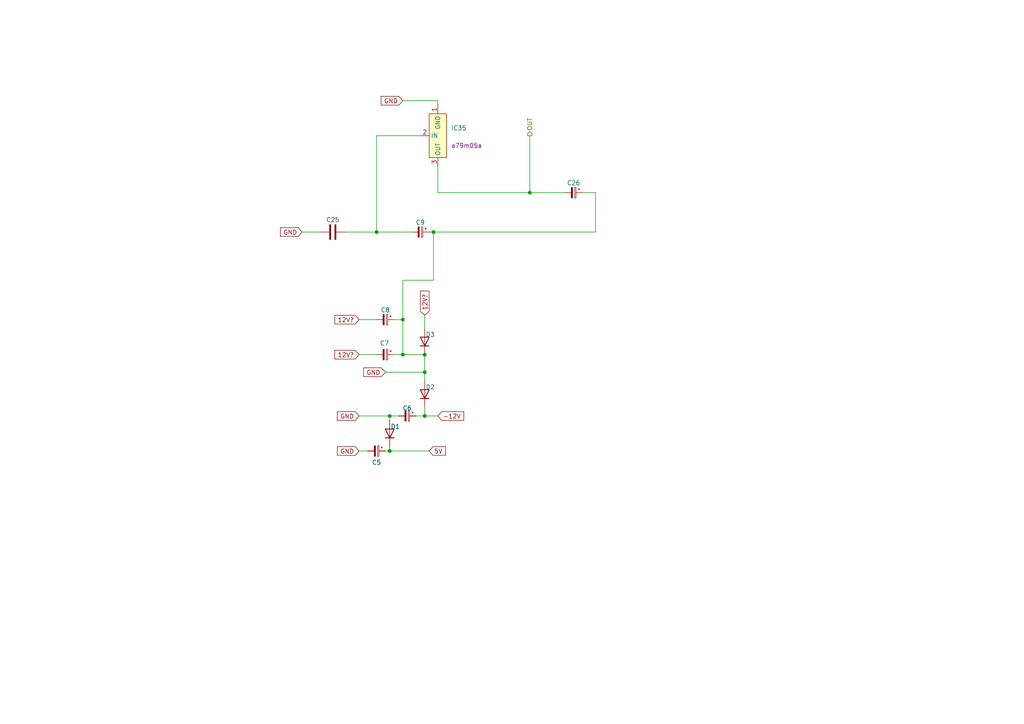
<source format=kicad_sch>
(kicad_sch (version 20250114) (generator "eeschema") (generator_version "9.0")
  (paper "A4")
  (lib_symbols
    (symbol "Device:C" (pin_numbers (hide yes)) (pin_names (offset 0.254))
      (property "Reference" "C" (at 0.635 2.54 0))
      (property "Value" "C" (at 0.635 -2.54 0))
      (symbol "C_0_1"
        (polyline (pts (xy -2.032 0.762) (xy 2.032 0.762)) (stroke (width 0.508)))
        (polyline (pts (xy -2.032 -0.762) (xy 2.032 -0.762)) (stroke (width 0.508)))
      )
      (symbol "C_1_1"
        (pin passive line (at 0 3.81 270) (length 2.794) (name "~") (number "1"))
        (pin passive line (at 0 -3.81 90) (length 2.794) (name "~") (number "2"))
      )
    )
    (symbol "Device:C_Polarized_Small" (pin_numbers (hide yes)) (pin_names (offset 0.254) (hide yes))
      (property "Reference" "C" (at 0.254 1.778 0))
      (property "Value" "C_Polarized_Small" (at 0.254 -2.032 0))
      (symbol "C_Polarized_Small_0_1"
        (rectangle (start -1.524 0.6858) (end 1.524 0.3048))
        (rectangle (start -1.524 -0.3048) (end 1.524 -0.6858) (fill (type outline)))
        (polyline (pts (xy -1.27 1.524) (xy -0.762 1.524)))
        (polyline (pts (xy -1.016 1.27) (xy -1.016 1.778)))
      )
      (symbol "C_Polarized_Small_1_1"
        (pin passive line (at 0 2.54 270) (length 1.8542) (name "~") (number "1"))
        (pin passive line (at 0 -2.54 90) (length 1.8542) (name "~") (number "2"))
      )
    )
    (symbol "Device:D" (pin_numbers (hide yes)) (pin_names (offset 1.016) (hide yes))
      (property "Reference" "D" (at 0 2.54 0))
      (property "Value" "D" (at 0 -2.54 0))
      (symbol "D_0_1"
        (polyline (pts (xy -1.27 1.27) (xy -1.27 -1.27)) (stroke (width 0.254)))
        (polyline (pts (xy 1.27 1.27) (xy 1.27 -1.27) (xy -1.27 0) (xy 1.27 1.27)) (stroke (width 0.254)))
        (polyline (pts (xy 1.27 0) (xy -1.27 0)))
      )
      (symbol "D_1_1"
        (pin passive line (at -3.81 0 0) (length 2.54) (name "K") (number "1"))
        (pin passive line (at 3.81 0 180) (length 2.54) (name "A") (number "2"))
      )
    )
    (symbol "omg_1000:a79m05a"
      (property "Reference" "IC" (at -4.699 9.398 0))
      (property "Description" "a79m05a" (at -4.953 6.604 0))
      (symbol "a79m05a_1_1"
        (rectangle (start -12.7 5.08) (end 0 0) (fill (type background)))
        (pin input line (at -15.24 2.54 0) (length 2.54) (name "GND") (number "1"))
        (pin input line (at -6.35 -2.54 90) (length 2.54) (name "IN") (number "2"))
        (pin input line (at 2.54 2.54 180) (length 2.54) (name "OUT") (number "3"))
      )
    )
  )
  (junction (at 123.19 120.65))
  (junction (at 123.19 107.95))
  (junction (at 116.84 92.71))
  (junction (at 125.73 67.31))
  (junction (at 116.84 102.87))
  (junction (at 113.03 120.65))
  (junction (at 113.03 130.81))
  (junction (at 123.19 102.87))
  (junction (at 109.22 67.31))
  (junction (at 153.67 55.88))
  (wire (pts (xy 104.14 92.71) (xy 109.22 92.71)))
  (wire (pts (xy 127 55.88) (xy 153.67 55.88)))
  (wire (pts (xy 172.72 55.88) (xy 172.72 67.31)))
  (wire (pts (xy 116.84 29.21) (xy 127 29.21)))
  (wire (pts (xy 123.19 120.65) (xy 127 120.65)))
  (wire (pts (xy 106.68 130.81) (xy 104.14 130.81)))
  (wire (pts (xy 123.19 118.11) (xy 123.19 120.65)))
  (wire (pts (xy 109.22 39.37) (xy 109.22 67.31)))
  (wire (pts (xy 113.03 130.81) (xy 124.46 130.81)))
  (wire (pts (xy 113.03 120.65) (xy 104.14 120.65)))
  (wire (pts (xy 116.84 102.87) (xy 123.19 102.87)))
  (wire (pts (xy 104.14 102.87) (xy 109.22 102.87)))
  (wire (pts (xy 123.19 102.87) (xy 123.19 107.95)))
  (wire (pts (xy 113.03 121.92) (xy 113.03 120.65)))
  (wire (pts (xy 116.84 92.71) (xy 116.84 81.28)))
  (wire (pts (xy 127 48.26) (xy 127 55.88)))
  (wire (pts (xy 92.71 67.31) (xy 87.63 67.31)))
  (wire (pts (xy 153.67 55.88) (xy 163.83 55.88)))
  (wire (pts (xy 109.22 67.31) (xy 100.33 67.31)))
  (wire (pts (xy 116.84 81.28) (xy 125.73 81.28)))
  (wire (pts (xy 113.03 129.54) (xy 113.03 130.81)))
  (wire (pts (xy 123.19 107.95) (xy 111.76 107.95)))
  (wire (pts (xy 168.91 55.88) (xy 172.72 55.88)))
  (wire (pts (xy 153.67 39.37) (xy 153.67 55.88)))
  (wire (pts (xy 127 29.21) (xy 127 30.48)))
  (wire (pts (xy 172.72 67.31) (xy 125.73 67.31)))
  (wire (pts (xy 116.84 92.71) (xy 114.3 92.71)))
  (wire (pts (xy 125.73 81.28) (xy 125.73 67.31)))
  (wire (pts (xy 113.03 120.65) (xy 115.57 120.65)))
  (wire (pts (xy 120.65 120.65) (xy 123.19 120.65)))
  (wire (pts (xy 114.3 102.87) (xy 116.84 102.87)))
  (wire (pts (xy 123.19 91.44) (xy 123.19 95.25)))
  (wire (pts (xy 123.19 107.95) (xy 123.19 110.49)))
  (wire (pts (xy 116.84 102.87) (xy 116.84 92.71)))
  (wire (pts (xy 121.92 39.37) (xy 109.22 39.37)))
  (wire (pts (xy 113.03 130.81) (xy 111.76 130.81)))
  (wire (pts (xy 119.38 67.31) (xy 109.22 67.31)))
  (wire (pts (xy 124.46 67.31) (xy 125.73 67.31)))
  (global_label "GND" (shape input) (at 104.14 120.65 180) (property "Intersheetrefs" "${INTERSHEET_REFS}" (effects (hide yes))))
  (global_label "GND" (shape input) (at 111.76 107.95 180) (property "Intersheetrefs" "${INTERSHEET_REFS}" (effects (hide yes))))
  (global_label "5V" (shape input) (at 124.46 130.81 0) (property "Intersheetrefs" "${INTERSHEET_REFS}" (effects (hide yes))))
  (global_label "GND" (shape input) (at 104.14 130.81 180) (property "Intersheetrefs" "${INTERSHEET_REFS}" (effects (hide yes))))
  (global_label "12V?" (shape input) (at 104.14 102.87 180) (property "Intersheetrefs" "${INTERSHEET_REFS}" (effects (hide yes))))
  (global_label "12V?" (shape input) (at 104.14 92.71 180) (property "Intersheetrefs" "${INTERSHEET_REFS}" (effects (hide yes))))
  (global_label "12V?" (shape input) (at 123.19 91.44 90) (property "Intersheetrefs" "${INTERSHEET_REFS}" (effects (hide yes))))
  (global_label "-12V" (shape input) (at 127 120.65 0) (property "Intersheetrefs" "${INTERSHEET_REFS}" (effects (hide yes))))
  (global_label "GND" (shape input) (at 87.63 67.31 180) (property "Intersheetrefs" "${INTERSHEET_REFS}" (effects (hide yes))))
  (global_label "GND" (shape input) (at 116.84 29.21 180) (property "Intersheetrefs" "${INTERSHEET_REFS}" (effects (hide yes))))
  (hierarchical_label "OUT" (shape output) (at 153.67 39.37 90))
  (symbol (lib_id "omg_1000:a79m05a") (at 124.46 45.72 270) (unit 1)
    (property "Reference" "IC35" (at 130.81 37.1474 90) (effects (justify left)))
    (property "Description" "a79m05a" (at 130.81 42.2274 90) (effects (justify left)))
  )
  (symbol (lib_id "Device:C_Polarized_Small") (at 166.37 55.88 270) (unit 1)
    (property "Reference" "C26" (at 166.37 53.086 90))
    (property "Value" "C_Polarized_Small" (effects (hide yes)))
    (property "Description" "Polarized capacitor, small symbol" (effects (hide yes)))
  )
  (symbol (lib_id "Device:D") (at 113.03 125.73 90) (unit 1)
    (property "Reference" "D1" (at 113.284 123.698 90) (effects (justify right)))
    (property "Value" "D" (effects (hide yes)))
    (property "Description" "Diode" (effects (hide yes)))
    (property "Sim.Device" "D" (effects (hide yes)))
    (property "Sim.Pins" "1=K 2=A" (effects (hide yes)))
  )
  (symbol (lib_id "Device:C_Polarized_Small") (at 111.76 92.71 270) (unit 1)
    (property "Reference" "C8" (at 111.76 89.916 90))
    (property "Value" "C_Polarized_Small" (effects (hide yes)))
    (property "Description" "Polarized capacitor, small symbol" (effects (hide yes)))
  )
  (symbol (lib_id "Device:C_Polarized_Small") (at 118.11 120.65 270) (unit 1)
    (property "Reference" "C6" (at 118.11 118.364 90))
    (property "Value" "C_Polarized_Small" (effects (hide yes)))
    (property "Description" "Polarized capacitor, small symbol" (effects (hide yes)))
  )
  (symbol (lib_id "Device:D") (at 123.19 114.3 90) (unit 1)
    (property "Reference" "D2" (at 123.444 112.268 90) (effects (justify right)))
    (property "Value" "D" (effects (hide yes)))
    (property "Description" "Diode" (effects (hide yes)))
    (property "Sim.Device" "D" (effects (hide yes)))
    (property "Sim.Pins" "1=K 2=A" (effects (hide yes)))
  )
  (symbol (lib_id "Device:C") (at 96.52 67.31 90) (unit 1)
    (property "Reference" "C25" (at 96.52 63.754 90))
    (property "Value" "C" (effects (hide yes)))
    (property "Description" "Unpolarized capacitor" (effects (hide yes)))
  )
  (symbol (lib_id "Device:D") (at 123.19 99.06 90) (unit 1)
    (property "Reference" "D3" (at 123.444 97.028 90) (effects (justify right)))
    (property "Value" "D" (effects (hide yes)))
    (property "Description" "Diode" (effects (hide yes)))
    (property "Sim.Device" "D" (effects (hide yes)))
    (property "Sim.Pins" "1=K 2=A" (effects (hide yes)))
  )
  (symbol (lib_id "Device:C_Polarized_Small") (at 111.76 102.87 270) (unit 1)
    (property "Reference" "C7" (at 111.506 99.568 90))
    (property "Value" "C_Polarized_Small" (effects (hide yes)))
    (property "Description" "Polarized capacitor, small symbol" (effects (hide yes)))
  )
  (symbol (lib_id "Device:C_Polarized_Small") (at 121.92 67.31 270) (unit 1)
    (property "Reference" "C9" (at 121.92 64.516 90))
    (property "Value" "C_Polarized_Small" (effects (hide yes)))
    (property "Description" "Polarized capacitor, small symbol" (effects (hide yes)))
  )
  (symbol (lib_id "Device:C_Polarized_Small") (at 109.22 130.81 270) (unit 1)
    (property "Reference" "C5" (at 109.22 134.112 90))
    (property "Value" "C_Polarized_Small" (effects (hide yes)))
    (property "Description" "Polarized capacitor, small symbol" (effects (hide yes)))
  )
)
</source>
